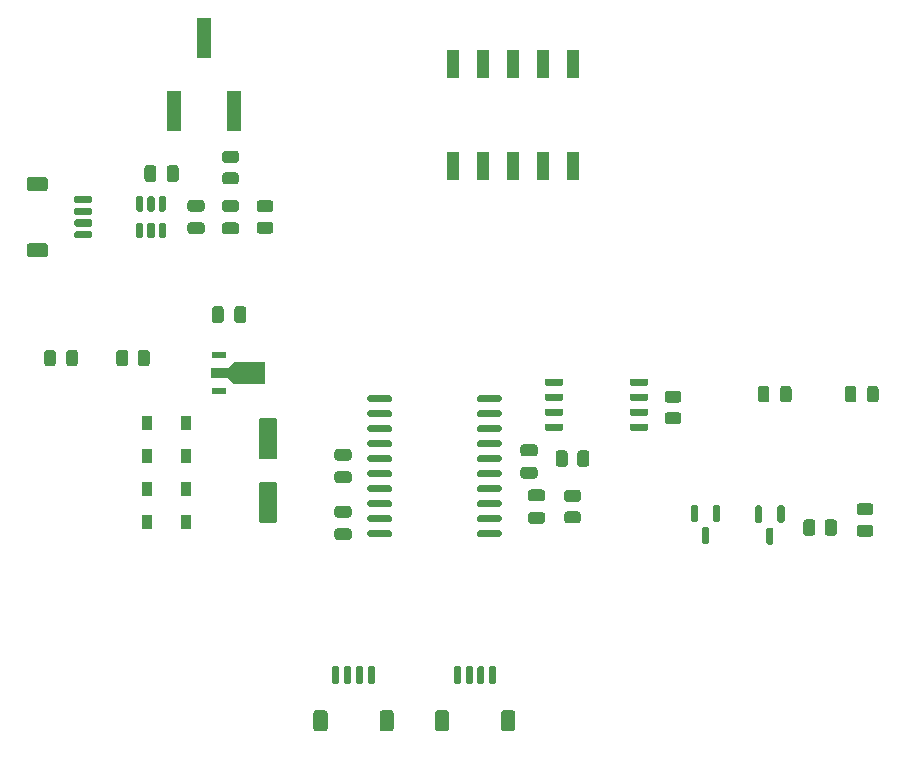
<source format=gtp>
G04 #@! TF.GenerationSoftware,KiCad,Pcbnew,6.0.2+dfsg-1*
G04 #@! TF.CreationDate,2024-04-05T20:45:58-06:00*
G04 #@! TF.ProjectId,ckt-xing-basic,636b742d-7869-46e6-972d-62617369632e,rev?*
G04 #@! TF.SameCoordinates,Original*
G04 #@! TF.FileFunction,Paste,Top*
G04 #@! TF.FilePolarity,Positive*
%FSLAX46Y46*%
G04 Gerber Fmt 4.6, Leading zero omitted, Abs format (unit mm)*
G04 Created by KiCad (PCBNEW 6.0.2+dfsg-1) date 2024-04-05 20:45:58*
%MOMM*%
%LPD*%
G01*
G04 APERTURE LIST*
%ADD10R,1.117600X2.438400*%
%ADD11R,1.193800X3.429000*%
%ADD12R,1.193800X3.454400*%
%ADD13R,0.900000X1.200000*%
%ADD14R,1.300000X0.550000*%
G04 APERTURE END LIST*
G36*
G01*
X95024000Y-63812000D02*
X95024000Y-64712000D01*
G75*
G02*
X94774000Y-64962000I-250000J0D01*
G01*
X94249000Y-64962000D01*
G75*
G02*
X93999000Y-64712000I0J250000D01*
G01*
X93999000Y-63812000D01*
G75*
G02*
X94249000Y-63562000I250000J0D01*
G01*
X94774000Y-63562000D01*
G75*
G02*
X95024000Y-63812000I0J-250000D01*
G01*
G37*
G36*
G01*
X93199000Y-63812000D02*
X93199000Y-64712000D01*
G75*
G02*
X92949000Y-64962000I-250000J0D01*
G01*
X92424000Y-64962000D01*
G75*
G02*
X92174000Y-64712000I0J250000D01*
G01*
X92174000Y-63812000D01*
G75*
G02*
X92424000Y-63562000I250000J0D01*
G01*
X92949000Y-63562000D01*
G75*
G02*
X93199000Y-63812000I0J-250000D01*
G01*
G37*
G36*
G01*
X80703000Y-52677000D02*
X81603000Y-52677000D01*
G75*
G02*
X81853000Y-52927000I0J-250000D01*
G01*
X81853000Y-53452000D01*
G75*
G02*
X81603000Y-53702000I-250000J0D01*
G01*
X80703000Y-53702000D01*
G75*
G02*
X80453000Y-53452000I0J250000D01*
G01*
X80453000Y-52927000D01*
G75*
G02*
X80703000Y-52677000I250000J0D01*
G01*
G37*
G36*
G01*
X80703000Y-54502000D02*
X81603000Y-54502000D01*
G75*
G02*
X81853000Y-54752000I0J-250000D01*
G01*
X81853000Y-55277000D01*
G75*
G02*
X81603000Y-55527000I-250000J0D01*
G01*
X80703000Y-55527000D01*
G75*
G02*
X80453000Y-55277000I0J250000D01*
G01*
X80453000Y-54752000D01*
G75*
G02*
X80703000Y-54502000I250000J0D01*
G01*
G37*
G36*
G01*
X36157000Y-39773000D02*
X35857000Y-39773000D01*
G75*
G02*
X35707000Y-39623000I0J150000D01*
G01*
X35707000Y-38598000D01*
G75*
G02*
X35857000Y-38448000I150000J0D01*
G01*
X36157000Y-38448000D01*
G75*
G02*
X36307000Y-38598000I0J-150000D01*
G01*
X36307000Y-39623000D01*
G75*
G02*
X36157000Y-39773000I-150000J0D01*
G01*
G37*
G36*
G01*
X37107000Y-39773000D02*
X36807000Y-39773000D01*
G75*
G02*
X36657000Y-39623000I0J150000D01*
G01*
X36657000Y-38598000D01*
G75*
G02*
X36807000Y-38448000I150000J0D01*
G01*
X37107000Y-38448000D01*
G75*
G02*
X37257000Y-38598000I0J-150000D01*
G01*
X37257000Y-39623000D01*
G75*
G02*
X37107000Y-39773000I-150000J0D01*
G01*
G37*
G36*
G01*
X38057000Y-39773000D02*
X37757000Y-39773000D01*
G75*
G02*
X37607000Y-39623000I0J150000D01*
G01*
X37607000Y-38598000D01*
G75*
G02*
X37757000Y-38448000I150000J0D01*
G01*
X38057000Y-38448000D01*
G75*
G02*
X38207000Y-38598000I0J-150000D01*
G01*
X38207000Y-39623000D01*
G75*
G02*
X38057000Y-39773000I-150000J0D01*
G01*
G37*
G36*
G01*
X38057000Y-37498000D02*
X37757000Y-37498000D01*
G75*
G02*
X37607000Y-37348000I0J150000D01*
G01*
X37607000Y-36323000D01*
G75*
G02*
X37757000Y-36173000I150000J0D01*
G01*
X38057000Y-36173000D01*
G75*
G02*
X38207000Y-36323000I0J-150000D01*
G01*
X38207000Y-37348000D01*
G75*
G02*
X38057000Y-37498000I-150000J0D01*
G01*
G37*
G36*
G01*
X37107000Y-37498000D02*
X36807000Y-37498000D01*
G75*
G02*
X36657000Y-37348000I0J150000D01*
G01*
X36657000Y-36323000D01*
G75*
G02*
X36807000Y-36173000I150000J0D01*
G01*
X37107000Y-36173000D01*
G75*
G02*
X37257000Y-36323000I0J-150000D01*
G01*
X37257000Y-37348000D01*
G75*
G02*
X37107000Y-37498000I-150000J0D01*
G01*
G37*
G36*
G01*
X36157000Y-37498000D02*
X35857000Y-37498000D01*
G75*
G02*
X35707000Y-37348000I0J150000D01*
G01*
X35707000Y-36323000D01*
G75*
G02*
X35857000Y-36173000I150000J0D01*
G01*
X36157000Y-36173000D01*
G75*
G02*
X36307000Y-36323000I0J-150000D01*
G01*
X36307000Y-37348000D01*
G75*
G02*
X36157000Y-37498000I-150000J0D01*
G01*
G37*
G36*
G01*
X95705750Y-53415250D02*
X95705750Y-52502750D01*
G75*
G02*
X95949500Y-52259000I243750J0D01*
G01*
X96437000Y-52259000D01*
G75*
G02*
X96680750Y-52502750I0J-243750D01*
G01*
X96680750Y-53415250D01*
G75*
G02*
X96437000Y-53659000I-243750J0D01*
G01*
X95949500Y-53659000D01*
G75*
G02*
X95705750Y-53415250I0J243750D01*
G01*
G37*
G36*
G01*
X97580750Y-53415250D02*
X97580750Y-52502750D01*
G75*
G02*
X97824500Y-52259000I243750J0D01*
G01*
X98312000Y-52259000D01*
G75*
G02*
X98555750Y-52502750I0J-243750D01*
G01*
X98555750Y-53415250D01*
G75*
G02*
X98312000Y-53659000I-243750J0D01*
G01*
X97824500Y-53659000D01*
G75*
G02*
X97580750Y-53415250I0J243750D01*
G01*
G37*
G36*
G01*
X42111000Y-46703000D02*
X42111000Y-45753000D01*
G75*
G02*
X42361000Y-45503000I250000J0D01*
G01*
X42861000Y-45503000D01*
G75*
G02*
X43111000Y-45753000I0J-250000D01*
G01*
X43111000Y-46703000D01*
G75*
G02*
X42861000Y-46953000I-250000J0D01*
G01*
X42361000Y-46953000D01*
G75*
G02*
X42111000Y-46703000I0J250000D01*
G01*
G37*
G36*
G01*
X44011000Y-46703000D02*
X44011000Y-45753000D01*
G75*
G02*
X44261000Y-45503000I250000J0D01*
G01*
X44761000Y-45503000D01*
G75*
G02*
X45011000Y-45753000I0J-250000D01*
G01*
X45011000Y-46703000D01*
G75*
G02*
X44761000Y-46953000I-250000J0D01*
G01*
X44261000Y-46953000D01*
G75*
G02*
X44011000Y-46703000I0J250000D01*
G01*
G37*
D10*
X62547500Y-33642300D03*
X65087500Y-33642300D03*
X67627500Y-33642300D03*
X70167500Y-33642300D03*
X72707500Y-33642300D03*
X72707500Y-25031700D03*
X70167500Y-25031700D03*
X67627500Y-25031700D03*
X65087500Y-25031700D03*
X62547500Y-25031700D03*
D11*
X38862000Y-28994100D03*
D12*
X41402000Y-22834600D03*
D11*
X43942000Y-28994100D03*
G36*
G01*
X52738000Y-57605000D02*
X53688000Y-57605000D01*
G75*
G02*
X53938000Y-57855000I0J-250000D01*
G01*
X53938000Y-58355000D01*
G75*
G02*
X53688000Y-58605000I-250000J0D01*
G01*
X52738000Y-58605000D01*
G75*
G02*
X52488000Y-58355000I0J250000D01*
G01*
X52488000Y-57855000D01*
G75*
G02*
X52738000Y-57605000I250000J0D01*
G01*
G37*
G36*
G01*
X52738000Y-59505000D02*
X53688000Y-59505000D01*
G75*
G02*
X53938000Y-59755000I0J-250000D01*
G01*
X53938000Y-60255000D01*
G75*
G02*
X53688000Y-60505000I-250000J0D01*
G01*
X52738000Y-60505000D01*
G75*
G02*
X52488000Y-60255000I0J250000D01*
G01*
X52488000Y-59755000D01*
G75*
G02*
X52738000Y-59505000I250000J0D01*
G01*
G37*
G36*
G01*
X69436000Y-60124000D02*
X68486000Y-60124000D01*
G75*
G02*
X68236000Y-59874000I0J250000D01*
G01*
X68236000Y-59374000D01*
G75*
G02*
X68486000Y-59124000I250000J0D01*
G01*
X69436000Y-59124000D01*
G75*
G02*
X69686000Y-59374000I0J-250000D01*
G01*
X69686000Y-59874000D01*
G75*
G02*
X69436000Y-60124000I-250000J0D01*
G01*
G37*
G36*
G01*
X69436000Y-58224000D02*
X68486000Y-58224000D01*
G75*
G02*
X68236000Y-57974000I0J250000D01*
G01*
X68236000Y-57474000D01*
G75*
G02*
X68486000Y-57224000I250000J0D01*
G01*
X69436000Y-57224000D01*
G75*
G02*
X69686000Y-57474000I0J-250000D01*
G01*
X69686000Y-57974000D01*
G75*
G02*
X69436000Y-58224000I-250000J0D01*
G01*
G37*
G36*
G01*
X55285000Y-53490000D02*
X55285000Y-53190000D01*
G75*
G02*
X55435000Y-53040000I150000J0D01*
G01*
X57185000Y-53040000D01*
G75*
G02*
X57335000Y-53190000I0J-150000D01*
G01*
X57335000Y-53490000D01*
G75*
G02*
X57185000Y-53640000I-150000J0D01*
G01*
X55435000Y-53640000D01*
G75*
G02*
X55285000Y-53490000I0J150000D01*
G01*
G37*
G36*
G01*
X55285000Y-54760000D02*
X55285000Y-54460000D01*
G75*
G02*
X55435000Y-54310000I150000J0D01*
G01*
X57185000Y-54310000D01*
G75*
G02*
X57335000Y-54460000I0J-150000D01*
G01*
X57335000Y-54760000D01*
G75*
G02*
X57185000Y-54910000I-150000J0D01*
G01*
X55435000Y-54910000D01*
G75*
G02*
X55285000Y-54760000I0J150000D01*
G01*
G37*
G36*
G01*
X55285000Y-56030000D02*
X55285000Y-55730000D01*
G75*
G02*
X55435000Y-55580000I150000J0D01*
G01*
X57185000Y-55580000D01*
G75*
G02*
X57335000Y-55730000I0J-150000D01*
G01*
X57335000Y-56030000D01*
G75*
G02*
X57185000Y-56180000I-150000J0D01*
G01*
X55435000Y-56180000D01*
G75*
G02*
X55285000Y-56030000I0J150000D01*
G01*
G37*
G36*
G01*
X55285000Y-57300000D02*
X55285000Y-57000000D01*
G75*
G02*
X55435000Y-56850000I150000J0D01*
G01*
X57185000Y-56850000D01*
G75*
G02*
X57335000Y-57000000I0J-150000D01*
G01*
X57335000Y-57300000D01*
G75*
G02*
X57185000Y-57450000I-150000J0D01*
G01*
X55435000Y-57450000D01*
G75*
G02*
X55285000Y-57300000I0J150000D01*
G01*
G37*
G36*
G01*
X55285000Y-58570000D02*
X55285000Y-58270000D01*
G75*
G02*
X55435000Y-58120000I150000J0D01*
G01*
X57185000Y-58120000D01*
G75*
G02*
X57335000Y-58270000I0J-150000D01*
G01*
X57335000Y-58570000D01*
G75*
G02*
X57185000Y-58720000I-150000J0D01*
G01*
X55435000Y-58720000D01*
G75*
G02*
X55285000Y-58570000I0J150000D01*
G01*
G37*
G36*
G01*
X55285000Y-59840000D02*
X55285000Y-59540000D01*
G75*
G02*
X55435000Y-59390000I150000J0D01*
G01*
X57185000Y-59390000D01*
G75*
G02*
X57335000Y-59540000I0J-150000D01*
G01*
X57335000Y-59840000D01*
G75*
G02*
X57185000Y-59990000I-150000J0D01*
G01*
X55435000Y-59990000D01*
G75*
G02*
X55285000Y-59840000I0J150000D01*
G01*
G37*
G36*
G01*
X55285000Y-61110000D02*
X55285000Y-60810000D01*
G75*
G02*
X55435000Y-60660000I150000J0D01*
G01*
X57185000Y-60660000D01*
G75*
G02*
X57335000Y-60810000I0J-150000D01*
G01*
X57335000Y-61110000D01*
G75*
G02*
X57185000Y-61260000I-150000J0D01*
G01*
X55435000Y-61260000D01*
G75*
G02*
X55285000Y-61110000I0J150000D01*
G01*
G37*
G36*
G01*
X55285000Y-62380000D02*
X55285000Y-62080000D01*
G75*
G02*
X55435000Y-61930000I150000J0D01*
G01*
X57185000Y-61930000D01*
G75*
G02*
X57335000Y-62080000I0J-150000D01*
G01*
X57335000Y-62380000D01*
G75*
G02*
X57185000Y-62530000I-150000J0D01*
G01*
X55435000Y-62530000D01*
G75*
G02*
X55285000Y-62380000I0J150000D01*
G01*
G37*
G36*
G01*
X55285000Y-63650000D02*
X55285000Y-63350000D01*
G75*
G02*
X55435000Y-63200000I150000J0D01*
G01*
X57185000Y-63200000D01*
G75*
G02*
X57335000Y-63350000I0J-150000D01*
G01*
X57335000Y-63650000D01*
G75*
G02*
X57185000Y-63800000I-150000J0D01*
G01*
X55435000Y-63800000D01*
G75*
G02*
X55285000Y-63650000I0J150000D01*
G01*
G37*
G36*
G01*
X55285000Y-64920000D02*
X55285000Y-64620000D01*
G75*
G02*
X55435000Y-64470000I150000J0D01*
G01*
X57185000Y-64470000D01*
G75*
G02*
X57335000Y-64620000I0J-150000D01*
G01*
X57335000Y-64920000D01*
G75*
G02*
X57185000Y-65070000I-150000J0D01*
G01*
X55435000Y-65070000D01*
G75*
G02*
X55285000Y-64920000I0J150000D01*
G01*
G37*
G36*
G01*
X64585000Y-64920000D02*
X64585000Y-64620000D01*
G75*
G02*
X64735000Y-64470000I150000J0D01*
G01*
X66485000Y-64470000D01*
G75*
G02*
X66635000Y-64620000I0J-150000D01*
G01*
X66635000Y-64920000D01*
G75*
G02*
X66485000Y-65070000I-150000J0D01*
G01*
X64735000Y-65070000D01*
G75*
G02*
X64585000Y-64920000I0J150000D01*
G01*
G37*
G36*
G01*
X64585000Y-63650000D02*
X64585000Y-63350000D01*
G75*
G02*
X64735000Y-63200000I150000J0D01*
G01*
X66485000Y-63200000D01*
G75*
G02*
X66635000Y-63350000I0J-150000D01*
G01*
X66635000Y-63650000D01*
G75*
G02*
X66485000Y-63800000I-150000J0D01*
G01*
X64735000Y-63800000D01*
G75*
G02*
X64585000Y-63650000I0J150000D01*
G01*
G37*
G36*
G01*
X64585000Y-62380000D02*
X64585000Y-62080000D01*
G75*
G02*
X64735000Y-61930000I150000J0D01*
G01*
X66485000Y-61930000D01*
G75*
G02*
X66635000Y-62080000I0J-150000D01*
G01*
X66635000Y-62380000D01*
G75*
G02*
X66485000Y-62530000I-150000J0D01*
G01*
X64735000Y-62530000D01*
G75*
G02*
X64585000Y-62380000I0J150000D01*
G01*
G37*
G36*
G01*
X64585000Y-61110000D02*
X64585000Y-60810000D01*
G75*
G02*
X64735000Y-60660000I150000J0D01*
G01*
X66485000Y-60660000D01*
G75*
G02*
X66635000Y-60810000I0J-150000D01*
G01*
X66635000Y-61110000D01*
G75*
G02*
X66485000Y-61260000I-150000J0D01*
G01*
X64735000Y-61260000D01*
G75*
G02*
X64585000Y-61110000I0J150000D01*
G01*
G37*
G36*
G01*
X64585000Y-59840000D02*
X64585000Y-59540000D01*
G75*
G02*
X64735000Y-59390000I150000J0D01*
G01*
X66485000Y-59390000D01*
G75*
G02*
X66635000Y-59540000I0J-150000D01*
G01*
X66635000Y-59840000D01*
G75*
G02*
X66485000Y-59990000I-150000J0D01*
G01*
X64735000Y-59990000D01*
G75*
G02*
X64585000Y-59840000I0J150000D01*
G01*
G37*
G36*
G01*
X64585000Y-58570000D02*
X64585000Y-58270000D01*
G75*
G02*
X64735000Y-58120000I150000J0D01*
G01*
X66485000Y-58120000D01*
G75*
G02*
X66635000Y-58270000I0J-150000D01*
G01*
X66635000Y-58570000D01*
G75*
G02*
X66485000Y-58720000I-150000J0D01*
G01*
X64735000Y-58720000D01*
G75*
G02*
X64585000Y-58570000I0J150000D01*
G01*
G37*
G36*
G01*
X64585000Y-57300000D02*
X64585000Y-57000000D01*
G75*
G02*
X64735000Y-56850000I150000J0D01*
G01*
X66485000Y-56850000D01*
G75*
G02*
X66635000Y-57000000I0J-150000D01*
G01*
X66635000Y-57300000D01*
G75*
G02*
X66485000Y-57450000I-150000J0D01*
G01*
X64735000Y-57450000D01*
G75*
G02*
X64585000Y-57300000I0J150000D01*
G01*
G37*
G36*
G01*
X64585000Y-56030000D02*
X64585000Y-55730000D01*
G75*
G02*
X64735000Y-55580000I150000J0D01*
G01*
X66485000Y-55580000D01*
G75*
G02*
X66635000Y-55730000I0J-150000D01*
G01*
X66635000Y-56030000D01*
G75*
G02*
X66485000Y-56180000I-150000J0D01*
G01*
X64735000Y-56180000D01*
G75*
G02*
X64585000Y-56030000I0J150000D01*
G01*
G37*
G36*
G01*
X64585000Y-54760000D02*
X64585000Y-54460000D01*
G75*
G02*
X64735000Y-54310000I150000J0D01*
G01*
X66485000Y-54310000D01*
G75*
G02*
X66635000Y-54460000I0J-150000D01*
G01*
X66635000Y-54760000D01*
G75*
G02*
X66485000Y-54910000I-150000J0D01*
G01*
X64735000Y-54910000D01*
G75*
G02*
X64585000Y-54760000I0J150000D01*
G01*
G37*
G36*
G01*
X64585000Y-53490000D02*
X64585000Y-53190000D01*
G75*
G02*
X64735000Y-53040000I150000J0D01*
G01*
X66485000Y-53040000D01*
G75*
G02*
X66635000Y-53190000I0J-150000D01*
G01*
X66635000Y-53490000D01*
G75*
G02*
X66485000Y-53640000I-150000J0D01*
G01*
X64735000Y-53640000D01*
G75*
G02*
X64585000Y-53490000I0J150000D01*
G01*
G37*
G36*
G01*
X69121000Y-61034000D02*
X70071000Y-61034000D01*
G75*
G02*
X70321000Y-61284000I0J-250000D01*
G01*
X70321000Y-61784000D01*
G75*
G02*
X70071000Y-62034000I-250000J0D01*
G01*
X69121000Y-62034000D01*
G75*
G02*
X68871000Y-61784000I0J250000D01*
G01*
X68871000Y-61284000D01*
G75*
G02*
X69121000Y-61034000I250000J0D01*
G01*
G37*
G36*
G01*
X69121000Y-62934000D02*
X70071000Y-62934000D01*
G75*
G02*
X70321000Y-63184000I0J-250000D01*
G01*
X70321000Y-63684000D01*
G75*
G02*
X70071000Y-63934000I-250000J0D01*
G01*
X69121000Y-63934000D01*
G75*
G02*
X68871000Y-63684000I0J250000D01*
G01*
X68871000Y-63184000D01*
G75*
G02*
X69121000Y-62934000I250000J0D01*
G01*
G37*
G36*
G01*
X43238000Y-32357000D02*
X44138000Y-32357000D01*
G75*
G02*
X44388000Y-32607000I0J-250000D01*
G01*
X44388000Y-33132000D01*
G75*
G02*
X44138000Y-33382000I-250000J0D01*
G01*
X43238000Y-33382000D01*
G75*
G02*
X42988000Y-33132000I0J250000D01*
G01*
X42988000Y-32607000D01*
G75*
G02*
X43238000Y-32357000I250000J0D01*
G01*
G37*
G36*
G01*
X43238000Y-34182000D02*
X44138000Y-34182000D01*
G75*
G02*
X44388000Y-34432000I0J-250000D01*
G01*
X44388000Y-34957000D01*
G75*
G02*
X44138000Y-35207000I-250000J0D01*
G01*
X43238000Y-35207000D01*
G75*
G02*
X42988000Y-34957000I0J250000D01*
G01*
X42988000Y-34432000D01*
G75*
G02*
X43238000Y-34182000I250000J0D01*
G01*
G37*
G36*
G01*
X52302000Y-77365000D02*
X52302000Y-76115000D01*
G75*
G02*
X52452000Y-75965000I150000J0D01*
G01*
X52752000Y-75965000D01*
G75*
G02*
X52902000Y-76115000I0J-150000D01*
G01*
X52902000Y-77365000D01*
G75*
G02*
X52752000Y-77515000I-150000J0D01*
G01*
X52452000Y-77515000D01*
G75*
G02*
X52302000Y-77365000I0J150000D01*
G01*
G37*
G36*
G01*
X53302000Y-77365000D02*
X53302000Y-76115000D01*
G75*
G02*
X53452000Y-75965000I150000J0D01*
G01*
X53752000Y-75965000D01*
G75*
G02*
X53902000Y-76115000I0J-150000D01*
G01*
X53902000Y-77365000D01*
G75*
G02*
X53752000Y-77515000I-150000J0D01*
G01*
X53452000Y-77515000D01*
G75*
G02*
X53302000Y-77365000I0J150000D01*
G01*
G37*
G36*
G01*
X54302000Y-77365000D02*
X54302000Y-76115000D01*
G75*
G02*
X54452000Y-75965000I150000J0D01*
G01*
X54752000Y-75965000D01*
G75*
G02*
X54902000Y-76115000I0J-150000D01*
G01*
X54902000Y-77365000D01*
G75*
G02*
X54752000Y-77515000I-150000J0D01*
G01*
X54452000Y-77515000D01*
G75*
G02*
X54302000Y-77365000I0J150000D01*
G01*
G37*
G36*
G01*
X55302000Y-77365000D02*
X55302000Y-76115000D01*
G75*
G02*
X55452000Y-75965000I150000J0D01*
G01*
X55752000Y-75965000D01*
G75*
G02*
X55902000Y-76115000I0J-150000D01*
G01*
X55902000Y-77365000D01*
G75*
G02*
X55752000Y-77515000I-150000J0D01*
G01*
X55452000Y-77515000D01*
G75*
G02*
X55302000Y-77365000I0J150000D01*
G01*
G37*
G36*
G01*
X56302000Y-81265000D02*
X56302000Y-79965000D01*
G75*
G02*
X56552000Y-79715000I250000J0D01*
G01*
X57252000Y-79715000D01*
G75*
G02*
X57502000Y-79965000I0J-250000D01*
G01*
X57502000Y-81265000D01*
G75*
G02*
X57252000Y-81515000I-250000J0D01*
G01*
X56552000Y-81515000D01*
G75*
G02*
X56302000Y-81265000I0J250000D01*
G01*
G37*
G36*
G01*
X50702000Y-81265000D02*
X50702000Y-79965000D01*
G75*
G02*
X50952000Y-79715000I250000J0D01*
G01*
X51652000Y-79715000D01*
G75*
G02*
X51902000Y-79965000I0J-250000D01*
G01*
X51902000Y-81265000D01*
G75*
G02*
X51652000Y-81515000I-250000J0D01*
G01*
X50952000Y-81515000D01*
G75*
G02*
X50702000Y-81265000I0J250000D01*
G01*
G37*
D13*
X36577000Y-63754000D03*
X39877000Y-63754000D03*
G36*
G01*
X88339750Y-53415250D02*
X88339750Y-52502750D01*
G75*
G02*
X88583500Y-52259000I243750J0D01*
G01*
X89071000Y-52259000D01*
G75*
G02*
X89314750Y-52502750I0J-243750D01*
G01*
X89314750Y-53415250D01*
G75*
G02*
X89071000Y-53659000I-243750J0D01*
G01*
X88583500Y-53659000D01*
G75*
G02*
X88339750Y-53415250I0J243750D01*
G01*
G37*
G36*
G01*
X90214750Y-53415250D02*
X90214750Y-52502750D01*
G75*
G02*
X90458500Y-52259000I243750J0D01*
G01*
X90946000Y-52259000D01*
G75*
G02*
X91189750Y-52502750I0J-243750D01*
G01*
X91189750Y-53415250D01*
G75*
G02*
X90946000Y-53659000I-243750J0D01*
G01*
X90458500Y-53659000D01*
G75*
G02*
X90214750Y-53415250I0J243750D01*
G01*
G37*
X39877000Y-58166000D03*
X36577000Y-58166000D03*
G36*
G01*
X41242000Y-39423000D02*
X40292000Y-39423000D01*
G75*
G02*
X40042000Y-39173000I0J250000D01*
G01*
X40042000Y-38673000D01*
G75*
G02*
X40292000Y-38423000I250000J0D01*
G01*
X41242000Y-38423000D01*
G75*
G02*
X41492000Y-38673000I0J-250000D01*
G01*
X41492000Y-39173000D01*
G75*
G02*
X41242000Y-39423000I-250000J0D01*
G01*
G37*
G36*
G01*
X41242000Y-37523000D02*
X40292000Y-37523000D01*
G75*
G02*
X40042000Y-37273000I0J250000D01*
G01*
X40042000Y-36773000D01*
G75*
G02*
X40292000Y-36523000I250000J0D01*
G01*
X41242000Y-36523000D01*
G75*
G02*
X41492000Y-36773000I0J-250000D01*
G01*
X41492000Y-37273000D01*
G75*
G02*
X41242000Y-37523000I-250000J0D01*
G01*
G37*
G36*
G01*
X43213000Y-36523000D02*
X44163000Y-36523000D01*
G75*
G02*
X44413000Y-36773000I0J-250000D01*
G01*
X44413000Y-37273000D01*
G75*
G02*
X44163000Y-37523000I-250000J0D01*
G01*
X43213000Y-37523000D01*
G75*
G02*
X42963000Y-37273000I0J250000D01*
G01*
X42963000Y-36773000D01*
G75*
G02*
X43213000Y-36523000I250000J0D01*
G01*
G37*
G36*
G01*
X43213000Y-38423000D02*
X44163000Y-38423000D01*
G75*
G02*
X44413000Y-38673000I0J-250000D01*
G01*
X44413000Y-39173000D01*
G75*
G02*
X44163000Y-39423000I-250000J0D01*
G01*
X43213000Y-39423000D01*
G75*
G02*
X42963000Y-39173000I0J250000D01*
G01*
X42963000Y-38673000D01*
G75*
G02*
X43213000Y-38423000I250000J0D01*
G01*
G37*
X36577000Y-55372000D03*
X39877000Y-55372000D03*
G36*
G01*
X73094000Y-63909000D02*
X72194000Y-63909000D01*
G75*
G02*
X71944000Y-63659000I0J250000D01*
G01*
X71944000Y-63134000D01*
G75*
G02*
X72194000Y-62884000I250000J0D01*
G01*
X73094000Y-62884000D01*
G75*
G02*
X73344000Y-63134000I0J-250000D01*
G01*
X73344000Y-63659000D01*
G75*
G02*
X73094000Y-63909000I-250000J0D01*
G01*
G37*
G36*
G01*
X73094000Y-62084000D02*
X72194000Y-62084000D01*
G75*
G02*
X71944000Y-61834000I0J250000D01*
G01*
X71944000Y-61309000D01*
G75*
G02*
X72194000Y-61059000I250000J0D01*
G01*
X73094000Y-61059000D01*
G75*
G02*
X73344000Y-61309000I0J-250000D01*
G01*
X73344000Y-61834000D01*
G75*
G02*
X73094000Y-62084000I-250000J0D01*
G01*
G37*
G36*
G01*
X90147000Y-62381500D02*
X90447000Y-62381500D01*
G75*
G02*
X90597000Y-62531500I0J-150000D01*
G01*
X90597000Y-63706500D01*
G75*
G02*
X90447000Y-63856500I-150000J0D01*
G01*
X90147000Y-63856500D01*
G75*
G02*
X89997000Y-63706500I0J150000D01*
G01*
X89997000Y-62531500D01*
G75*
G02*
X90147000Y-62381500I150000J0D01*
G01*
G37*
G36*
G01*
X88247000Y-62381500D02*
X88547000Y-62381500D01*
G75*
G02*
X88697000Y-62531500I0J-150000D01*
G01*
X88697000Y-63706500D01*
G75*
G02*
X88547000Y-63856500I-150000J0D01*
G01*
X88247000Y-63856500D01*
G75*
G02*
X88097000Y-63706500I0J150000D01*
G01*
X88097000Y-62531500D01*
G75*
G02*
X88247000Y-62381500I150000J0D01*
G01*
G37*
G36*
G01*
X89197000Y-64256500D02*
X89497000Y-64256500D01*
G75*
G02*
X89647000Y-64406500I0J-150000D01*
G01*
X89647000Y-65581500D01*
G75*
G02*
X89497000Y-65731500I-150000J0D01*
G01*
X89197000Y-65731500D01*
G75*
G02*
X89047000Y-65581500I0J150000D01*
G01*
X89047000Y-64406500D01*
G75*
G02*
X89197000Y-64256500I150000J0D01*
G01*
G37*
G36*
G01*
X47413000Y-63886000D02*
X46313000Y-63886000D01*
G75*
G02*
X46063000Y-63636000I0J250000D01*
G01*
X46063000Y-60636000D01*
G75*
G02*
X46313000Y-60386000I250000J0D01*
G01*
X47413000Y-60386000D01*
G75*
G02*
X47663000Y-60636000I0J-250000D01*
G01*
X47663000Y-63636000D01*
G75*
G02*
X47413000Y-63886000I-250000J0D01*
G01*
G37*
G36*
G01*
X47413000Y-58486000D02*
X46313000Y-58486000D01*
G75*
G02*
X46063000Y-58236000I0J250000D01*
G01*
X46063000Y-55236000D01*
G75*
G02*
X46313000Y-54986000I250000J0D01*
G01*
X47413000Y-54986000D01*
G75*
G02*
X47663000Y-55236000I0J-250000D01*
G01*
X47663000Y-58236000D01*
G75*
G02*
X47413000Y-58486000I-250000J0D01*
G01*
G37*
G36*
G01*
X34008000Y-50361000D02*
X34008000Y-49461000D01*
G75*
G02*
X34258000Y-49211000I250000J0D01*
G01*
X34783000Y-49211000D01*
G75*
G02*
X35033000Y-49461000I0J-250000D01*
G01*
X35033000Y-50361000D01*
G75*
G02*
X34783000Y-50611000I-250000J0D01*
G01*
X34258000Y-50611000D01*
G75*
G02*
X34008000Y-50361000I0J250000D01*
G01*
G37*
G36*
G01*
X35833000Y-50361000D02*
X35833000Y-49461000D01*
G75*
G02*
X36083000Y-49211000I250000J0D01*
G01*
X36608000Y-49211000D01*
G75*
G02*
X36858000Y-49461000I0J-250000D01*
G01*
X36858000Y-50361000D01*
G75*
G02*
X36608000Y-50611000I-250000J0D01*
G01*
X36083000Y-50611000D01*
G75*
G02*
X35833000Y-50361000I0J250000D01*
G01*
G37*
G36*
G01*
X46159000Y-36548000D02*
X47059000Y-36548000D01*
G75*
G02*
X47309000Y-36798000I0J-250000D01*
G01*
X47309000Y-37323000D01*
G75*
G02*
X47059000Y-37573000I-250000J0D01*
G01*
X46159000Y-37573000D01*
G75*
G02*
X45909000Y-37323000I0J250000D01*
G01*
X45909000Y-36798000D01*
G75*
G02*
X46159000Y-36548000I250000J0D01*
G01*
G37*
G36*
G01*
X46159000Y-38373000D02*
X47059000Y-38373000D01*
G75*
G02*
X47309000Y-38623000I0J-250000D01*
G01*
X47309000Y-39148000D01*
G75*
G02*
X47059000Y-39398000I-250000J0D01*
G01*
X46159000Y-39398000D01*
G75*
G02*
X45909000Y-39148000I0J250000D01*
G01*
X45909000Y-38623000D01*
G75*
G02*
X46159000Y-38373000I250000J0D01*
G01*
G37*
G36*
G01*
X74069000Y-57970000D02*
X74069000Y-58870000D01*
G75*
G02*
X73819000Y-59120000I-250000J0D01*
G01*
X73294000Y-59120000D01*
G75*
G02*
X73044000Y-58870000I0J250000D01*
G01*
X73044000Y-57970000D01*
G75*
G02*
X73294000Y-57720000I250000J0D01*
G01*
X73819000Y-57720000D01*
G75*
G02*
X74069000Y-57970000I0J-250000D01*
G01*
G37*
G36*
G01*
X72244000Y-57970000D02*
X72244000Y-58870000D01*
G75*
G02*
X71994000Y-59120000I-250000J0D01*
G01*
X71469000Y-59120000D01*
G75*
G02*
X71219000Y-58870000I0J250000D01*
G01*
X71219000Y-57970000D01*
G75*
G02*
X71469000Y-57720000I250000J0D01*
G01*
X71994000Y-57720000D01*
G75*
G02*
X72244000Y-57970000I0J-250000D01*
G01*
G37*
G36*
G01*
X30585000Y-36173000D02*
X31835000Y-36173000D01*
G75*
G02*
X31985000Y-36323000I0J-150000D01*
G01*
X31985000Y-36623000D01*
G75*
G02*
X31835000Y-36773000I-150000J0D01*
G01*
X30585000Y-36773000D01*
G75*
G02*
X30435000Y-36623000I0J150000D01*
G01*
X30435000Y-36323000D01*
G75*
G02*
X30585000Y-36173000I150000J0D01*
G01*
G37*
G36*
G01*
X30585000Y-37173000D02*
X31835000Y-37173000D01*
G75*
G02*
X31985000Y-37323000I0J-150000D01*
G01*
X31985000Y-37623000D01*
G75*
G02*
X31835000Y-37773000I-150000J0D01*
G01*
X30585000Y-37773000D01*
G75*
G02*
X30435000Y-37623000I0J150000D01*
G01*
X30435000Y-37323000D01*
G75*
G02*
X30585000Y-37173000I150000J0D01*
G01*
G37*
G36*
G01*
X30585000Y-38173000D02*
X31835000Y-38173000D01*
G75*
G02*
X31985000Y-38323000I0J-150000D01*
G01*
X31985000Y-38623000D01*
G75*
G02*
X31835000Y-38773000I-150000J0D01*
G01*
X30585000Y-38773000D01*
G75*
G02*
X30435000Y-38623000I0J150000D01*
G01*
X30435000Y-38323000D01*
G75*
G02*
X30585000Y-38173000I150000J0D01*
G01*
G37*
G36*
G01*
X30585000Y-39173000D02*
X31835000Y-39173000D01*
G75*
G02*
X31985000Y-39323000I0J-150000D01*
G01*
X31985000Y-39623000D01*
G75*
G02*
X31835000Y-39773000I-150000J0D01*
G01*
X30585000Y-39773000D01*
G75*
G02*
X30435000Y-39623000I0J150000D01*
G01*
X30435000Y-39323000D01*
G75*
G02*
X30585000Y-39173000I150000J0D01*
G01*
G37*
G36*
G01*
X26685000Y-34573000D02*
X27985000Y-34573000D01*
G75*
G02*
X28235000Y-34823000I0J-250000D01*
G01*
X28235000Y-35523000D01*
G75*
G02*
X27985000Y-35773000I-250000J0D01*
G01*
X26685000Y-35773000D01*
G75*
G02*
X26435000Y-35523000I0J250000D01*
G01*
X26435000Y-34823000D01*
G75*
G02*
X26685000Y-34573000I250000J0D01*
G01*
G37*
G36*
G01*
X26685000Y-40173000D02*
X27985000Y-40173000D01*
G75*
G02*
X28235000Y-40423000I0J-250000D01*
G01*
X28235000Y-41123000D01*
G75*
G02*
X27985000Y-41373000I-250000J0D01*
G01*
X26685000Y-41373000D01*
G75*
G02*
X26435000Y-41123000I0J250000D01*
G01*
X26435000Y-40423000D01*
G75*
G02*
X26685000Y-40173000I250000J0D01*
G01*
G37*
D14*
X42673000Y-49681000D03*
G36*
X46623000Y-52106000D02*
G01*
X44023000Y-52106000D01*
X43498000Y-51581000D01*
X42023000Y-51581000D01*
X42023000Y-50781000D01*
X43498000Y-50781000D01*
X44023000Y-50256000D01*
X46623000Y-50256000D01*
X46623000Y-52106000D01*
G37*
X42673000Y-52681000D03*
G36*
G01*
X84686000Y-62333000D02*
X84986000Y-62333000D01*
G75*
G02*
X85136000Y-62483000I0J-150000D01*
G01*
X85136000Y-63658000D01*
G75*
G02*
X84986000Y-63808000I-150000J0D01*
G01*
X84686000Y-63808000D01*
G75*
G02*
X84536000Y-63658000I0J150000D01*
G01*
X84536000Y-62483000D01*
G75*
G02*
X84686000Y-62333000I150000J0D01*
G01*
G37*
G36*
G01*
X82786000Y-62333000D02*
X83086000Y-62333000D01*
G75*
G02*
X83236000Y-62483000I0J-150000D01*
G01*
X83236000Y-63658000D01*
G75*
G02*
X83086000Y-63808000I-150000J0D01*
G01*
X82786000Y-63808000D01*
G75*
G02*
X82636000Y-63658000I0J150000D01*
G01*
X82636000Y-62483000D01*
G75*
G02*
X82786000Y-62333000I150000J0D01*
G01*
G37*
G36*
G01*
X83736000Y-64208000D02*
X84036000Y-64208000D01*
G75*
G02*
X84186000Y-64358000I0J-150000D01*
G01*
X84186000Y-65533000D01*
G75*
G02*
X84036000Y-65683000I-150000J0D01*
G01*
X83736000Y-65683000D01*
G75*
G02*
X83586000Y-65533000I0J150000D01*
G01*
X83586000Y-64358000D01*
G75*
G02*
X83736000Y-64208000I150000J0D01*
G01*
G37*
G36*
G01*
X27912000Y-50367250D02*
X27912000Y-49454750D01*
G75*
G02*
X28155750Y-49211000I243750J0D01*
G01*
X28643250Y-49211000D01*
G75*
G02*
X28887000Y-49454750I0J-243750D01*
G01*
X28887000Y-50367250D01*
G75*
G02*
X28643250Y-50611000I-243750J0D01*
G01*
X28155750Y-50611000D01*
G75*
G02*
X27912000Y-50367250I0J243750D01*
G01*
G37*
G36*
G01*
X29787000Y-50367250D02*
X29787000Y-49454750D01*
G75*
G02*
X30030750Y-49211000I243750J0D01*
G01*
X30518250Y-49211000D01*
G75*
G02*
X30762000Y-49454750I0J-243750D01*
G01*
X30762000Y-50367250D01*
G75*
G02*
X30518250Y-50611000I-243750J0D01*
G01*
X30030750Y-50611000D01*
G75*
G02*
X29787000Y-50367250I0J243750D01*
G01*
G37*
G36*
G01*
X36396000Y-34765000D02*
X36396000Y-33815000D01*
G75*
G02*
X36646000Y-33565000I250000J0D01*
G01*
X37146000Y-33565000D01*
G75*
G02*
X37396000Y-33815000I0J-250000D01*
G01*
X37396000Y-34765000D01*
G75*
G02*
X37146000Y-35015000I-250000J0D01*
G01*
X36646000Y-35015000D01*
G75*
G02*
X36396000Y-34765000I0J250000D01*
G01*
G37*
G36*
G01*
X38296000Y-34765000D02*
X38296000Y-33815000D01*
G75*
G02*
X38546000Y-33565000I250000J0D01*
G01*
X39046000Y-33565000D01*
G75*
G02*
X39296000Y-33815000I0J-250000D01*
G01*
X39296000Y-34765000D01*
G75*
G02*
X39046000Y-35015000I-250000J0D01*
G01*
X38546000Y-35015000D01*
G75*
G02*
X38296000Y-34765000I0J250000D01*
G01*
G37*
D13*
X39877000Y-60960000D03*
X36577000Y-60960000D03*
G36*
G01*
X62589000Y-77365000D02*
X62589000Y-76115000D01*
G75*
G02*
X62739000Y-75965000I150000J0D01*
G01*
X63039000Y-75965000D01*
G75*
G02*
X63189000Y-76115000I0J-150000D01*
G01*
X63189000Y-77365000D01*
G75*
G02*
X63039000Y-77515000I-150000J0D01*
G01*
X62739000Y-77515000D01*
G75*
G02*
X62589000Y-77365000I0J150000D01*
G01*
G37*
G36*
G01*
X63589000Y-77365000D02*
X63589000Y-76115000D01*
G75*
G02*
X63739000Y-75965000I150000J0D01*
G01*
X64039000Y-75965000D01*
G75*
G02*
X64189000Y-76115000I0J-150000D01*
G01*
X64189000Y-77365000D01*
G75*
G02*
X64039000Y-77515000I-150000J0D01*
G01*
X63739000Y-77515000D01*
G75*
G02*
X63589000Y-77365000I0J150000D01*
G01*
G37*
G36*
G01*
X64589000Y-77365000D02*
X64589000Y-76115000D01*
G75*
G02*
X64739000Y-75965000I150000J0D01*
G01*
X65039000Y-75965000D01*
G75*
G02*
X65189000Y-76115000I0J-150000D01*
G01*
X65189000Y-77365000D01*
G75*
G02*
X65039000Y-77515000I-150000J0D01*
G01*
X64739000Y-77515000D01*
G75*
G02*
X64589000Y-77365000I0J150000D01*
G01*
G37*
G36*
G01*
X65589000Y-77365000D02*
X65589000Y-76115000D01*
G75*
G02*
X65739000Y-75965000I150000J0D01*
G01*
X66039000Y-75965000D01*
G75*
G02*
X66189000Y-76115000I0J-150000D01*
G01*
X66189000Y-77365000D01*
G75*
G02*
X66039000Y-77515000I-150000J0D01*
G01*
X65739000Y-77515000D01*
G75*
G02*
X65589000Y-77365000I0J150000D01*
G01*
G37*
G36*
G01*
X66589000Y-81265000D02*
X66589000Y-79965000D01*
G75*
G02*
X66839000Y-79715000I250000J0D01*
G01*
X67539000Y-79715000D01*
G75*
G02*
X67789000Y-79965000I0J-250000D01*
G01*
X67789000Y-81265000D01*
G75*
G02*
X67539000Y-81515000I-250000J0D01*
G01*
X66839000Y-81515000D01*
G75*
G02*
X66589000Y-81265000I0J250000D01*
G01*
G37*
G36*
G01*
X60989000Y-81265000D02*
X60989000Y-79965000D01*
G75*
G02*
X61239000Y-79715000I250000J0D01*
G01*
X61939000Y-79715000D01*
G75*
G02*
X62189000Y-79965000I0J-250000D01*
G01*
X62189000Y-81265000D01*
G75*
G02*
X61939000Y-81515000I-250000J0D01*
G01*
X61239000Y-81515000D01*
G75*
G02*
X60989000Y-81265000I0J250000D01*
G01*
G37*
G36*
G01*
X53688000Y-65331000D02*
X52738000Y-65331000D01*
G75*
G02*
X52488000Y-65081000I0J250000D01*
G01*
X52488000Y-64581000D01*
G75*
G02*
X52738000Y-64331000I250000J0D01*
G01*
X53688000Y-64331000D01*
G75*
G02*
X53938000Y-64581000I0J-250000D01*
G01*
X53938000Y-65081000D01*
G75*
G02*
X53688000Y-65331000I-250000J0D01*
G01*
G37*
G36*
G01*
X53688000Y-63431000D02*
X52738000Y-63431000D01*
G75*
G02*
X52488000Y-63181000I0J250000D01*
G01*
X52488000Y-62681000D01*
G75*
G02*
X52738000Y-62431000I250000J0D01*
G01*
X53688000Y-62431000D01*
G75*
G02*
X53938000Y-62681000I0J-250000D01*
G01*
X53938000Y-63181000D01*
G75*
G02*
X53688000Y-63431000I-250000J0D01*
G01*
G37*
G36*
G01*
X79076000Y-55603000D02*
X79076000Y-55903000D01*
G75*
G02*
X78926000Y-56053000I-150000J0D01*
G01*
X77626000Y-56053000D01*
G75*
G02*
X77476000Y-55903000I0J150000D01*
G01*
X77476000Y-55603000D01*
G75*
G02*
X77626000Y-55453000I150000J0D01*
G01*
X78926000Y-55453000D01*
G75*
G02*
X79076000Y-55603000I0J-150000D01*
G01*
G37*
G36*
G01*
X79076000Y-54333000D02*
X79076000Y-54633000D01*
G75*
G02*
X78926000Y-54783000I-150000J0D01*
G01*
X77626000Y-54783000D01*
G75*
G02*
X77476000Y-54633000I0J150000D01*
G01*
X77476000Y-54333000D01*
G75*
G02*
X77626000Y-54183000I150000J0D01*
G01*
X78926000Y-54183000D01*
G75*
G02*
X79076000Y-54333000I0J-150000D01*
G01*
G37*
G36*
G01*
X79076000Y-53063000D02*
X79076000Y-53363000D01*
G75*
G02*
X78926000Y-53513000I-150000J0D01*
G01*
X77626000Y-53513000D01*
G75*
G02*
X77476000Y-53363000I0J150000D01*
G01*
X77476000Y-53063000D01*
G75*
G02*
X77626000Y-52913000I150000J0D01*
G01*
X78926000Y-52913000D01*
G75*
G02*
X79076000Y-53063000I0J-150000D01*
G01*
G37*
G36*
G01*
X79076000Y-51793000D02*
X79076000Y-52093000D01*
G75*
G02*
X78926000Y-52243000I-150000J0D01*
G01*
X77626000Y-52243000D01*
G75*
G02*
X77476000Y-52093000I0J150000D01*
G01*
X77476000Y-51793000D01*
G75*
G02*
X77626000Y-51643000I150000J0D01*
G01*
X78926000Y-51643000D01*
G75*
G02*
X79076000Y-51793000I0J-150000D01*
G01*
G37*
G36*
G01*
X71876000Y-51793000D02*
X71876000Y-52093000D01*
G75*
G02*
X71726000Y-52243000I-150000J0D01*
G01*
X70426000Y-52243000D01*
G75*
G02*
X70276000Y-52093000I0J150000D01*
G01*
X70276000Y-51793000D01*
G75*
G02*
X70426000Y-51643000I150000J0D01*
G01*
X71726000Y-51643000D01*
G75*
G02*
X71876000Y-51793000I0J-150000D01*
G01*
G37*
G36*
G01*
X71876000Y-53063000D02*
X71876000Y-53363000D01*
G75*
G02*
X71726000Y-53513000I-150000J0D01*
G01*
X70426000Y-53513000D01*
G75*
G02*
X70276000Y-53363000I0J150000D01*
G01*
X70276000Y-53063000D01*
G75*
G02*
X70426000Y-52913000I150000J0D01*
G01*
X71726000Y-52913000D01*
G75*
G02*
X71876000Y-53063000I0J-150000D01*
G01*
G37*
G36*
G01*
X71876000Y-54333000D02*
X71876000Y-54633000D01*
G75*
G02*
X71726000Y-54783000I-150000J0D01*
G01*
X70426000Y-54783000D01*
G75*
G02*
X70276000Y-54633000I0J150000D01*
G01*
X70276000Y-54333000D01*
G75*
G02*
X70426000Y-54183000I150000J0D01*
G01*
X71726000Y-54183000D01*
G75*
G02*
X71876000Y-54333000I0J-150000D01*
G01*
G37*
G36*
G01*
X71876000Y-55603000D02*
X71876000Y-55903000D01*
G75*
G02*
X71726000Y-56053000I-150000J0D01*
G01*
X70426000Y-56053000D01*
G75*
G02*
X70276000Y-55903000I0J150000D01*
G01*
X70276000Y-55603000D01*
G75*
G02*
X70426000Y-55453000I150000J0D01*
G01*
X71726000Y-55453000D01*
G75*
G02*
X71876000Y-55603000I0J-150000D01*
G01*
G37*
G36*
G01*
X96959000Y-62202000D02*
X97859000Y-62202000D01*
G75*
G02*
X98109000Y-62452000I0J-250000D01*
G01*
X98109000Y-62977000D01*
G75*
G02*
X97859000Y-63227000I-250000J0D01*
G01*
X96959000Y-63227000D01*
G75*
G02*
X96709000Y-62977000I0J250000D01*
G01*
X96709000Y-62452000D01*
G75*
G02*
X96959000Y-62202000I250000J0D01*
G01*
G37*
G36*
G01*
X96959000Y-64027000D02*
X97859000Y-64027000D01*
G75*
G02*
X98109000Y-64277000I0J-250000D01*
G01*
X98109000Y-64802000D01*
G75*
G02*
X97859000Y-65052000I-250000J0D01*
G01*
X96959000Y-65052000D01*
G75*
G02*
X96709000Y-64802000I0J250000D01*
G01*
X96709000Y-64277000D01*
G75*
G02*
X96959000Y-64027000I250000J0D01*
G01*
G37*
M02*

</source>
